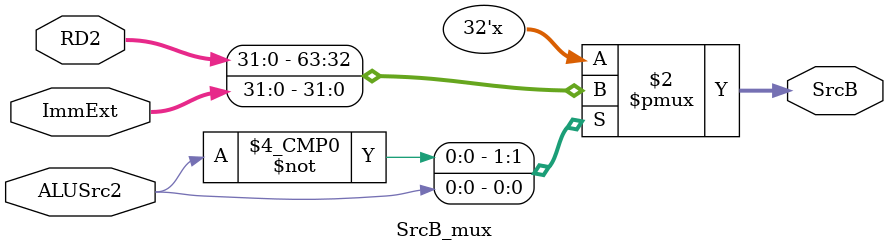
<source format=v>
module SrcB_mux(ALUSrc2, RD2, ImmExt, SrcB);
    input ALUSrc2;
    input [31:0] RD2, ImmExt;
    output reg [31:0] SrcB;
    always @(ALUSrc2, RD2, ImmExt) begin
        case (ALUSrc2)
            1'b0: SrcB= RD2;
            1'b1: SrcB= ImmExt;
            default: SrcB=32'd0;
        endcase
    end
endmodule

</source>
